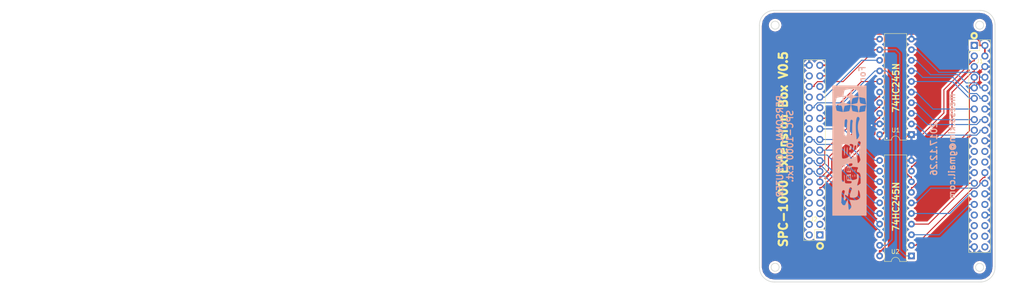
<source format=kicad_pcb>
(kicad_pcb (version 4) (host pcbnew 4.0.7)
  (layers (0 F.Cu signal) (31 B.Cu signal) (34 B.Paste user) (35 F.Paste user) (36 B.SilkS user) (37 F.SilkS user) (38 B.Mask user) (39 F.Mask user) (44 Edge.Cuts user))
  (net 0 "")
  (net 1 "Net-(J1-Pad1)")
  (net 2 +5V)
  (net 3 /RD2)
  (net 4 /RD3)
  (net 5 GND)
  (net 6 /RD4)
  (net 7 /RRD)
  (net 8 /RWR)
  (net 9 /RRESET)
  (net 10 /RCLK)
  (net 11 /RA0)
  (net 12 /RA1)
  (net 13 "Net-(J1-Pad17)")
  (net 14 /RA2)
  (net 15 "Net-(J1-Pad19)")
  (net 16 "Net-(J1-Pad21)")
  (net 17 "Net-(J1-Pad22)")
  (net 18 "Net-(J1-Pad23)")
  (net 19 /REXT1)
  (net 20 /RD7)
  (net 21 /RD0)
  (net 22 /RD1)
  (net 23 /RD5)
  (net 24 /RD6)
  (net 25 "Net-(J1-Pad32)")
  (net 26 "Net-(J1-Pad33)")
  (net 27 "Net-(J1-Pad35)")
  (net 28 "Net-(J1-Pad36)")
  (net 29 "Net-(J1-Pad37)")
  (net 30 "Net-(J1-Pad38)")
  (net 31 "Net-(J1-Pad40)")
  (net 32 "Net-(J2-Pad1)")
  (net 33 "Net-(J2-Pad2)")
  (net 34 "Net-(J2-Pad3)")
  (net 35 "Net-(J2-Pad4)")
  (net 36 /A2)
  (net 37 /A1)
  (net 38 /A0)
  (net 39 /D0)
  (net 40 /D1)
  (net 41 /D2)
  (net 42 /D3)
  (net 43 /RESET)
  (net 44 /CLK)
  (net 45 /WR)
  (net 46 "Net-(J2-Pad22)")
  (net 47 /D7)
  (net 48 /D6)
  (net 49 /D5)
  (net 50 /D4)
  (net 51 "Net-(J2-Pad28)")
  (net 52 "Net-(J2-Pad29)")
  (net 53 /EXT1)
  (net 54 /RD)
  (net 55 "Net-(J2-Pad5)")
  (net 56 "Net-(J2-Pad6)")
  (net 57 "Net-(J2-Pad7)")
  (net 58 "Net-(J2-Pad8)")
  (net 59 "Net-(J2-Pad10)")
  (net 60 "Net-(J2-Pad12)")
  (net 61 "Net-(J2-Pad24)")
  (net 62 "Net-(J2-Pad25)")
  (net 63 "Net-(J2-Pad32)")
  (net 64 "Net-(J1-Pad24)")
  (module Pin_Headers:Pin_Header_Straight_2x20_Pitch2.54mm (layer F.Cu) (at 252.633 59.9338)
    (fp_text reference J1 (at 1.30302 3.78206) (layer F.SilkS))
    (fp_text value RPi_GPIO)
    (pad 1 thru_hole rect (at 0 0) (size 1.7 1.7) (drill 1) (layers *.Cu *.Mask) (net 1 "Net-(J1-Pad1)"))
    (pad 2 thru_hole oval (at 2.54 0) (size 1.7 1.7) (drill 1) (layers *.Cu *.Mask) (net 2 +5V))
    (pad 3 thru_hole oval (at 0 2.54) (size 1.7 1.7) (drill 1) (layers *.Cu *.Mask) (net 3 /RD2))
    (pad 4 thru_hole oval (at 2.54 2.54) (size 1.7 1.7) (drill 1) (layers *.Cu *.Mask) (net 2 +5V))
    (pad 5 thru_hole oval (at 0 5.08) (size 1.7 1.7) (drill 1) (layers *.Cu *.Mask) (net 4 /RD3))
    (pad 6 thru_hole oval (at 2.54 5.08) (size 1.7 1.7) (drill 1) (layers *.Cu *.Mask) (net 5 GND))
    (pad 7 thru_hole oval (at 0 7.62) (size 1.7 1.7) (drill 1) (layers *.Cu *.Mask) (net 6 /RD4))
    (pad 8 thru_hole oval (at 2.54 7.62) (size 1.7 1.7) (drill 1) (layers *.Cu *.Mask) (net 7 /RRD))
    (pad 9 thru_hole oval (at 0 10.16) (size 1.7 1.7) (drill 1) (layers *.Cu *.Mask) (net 5 GND))
    (pad 10 thru_hole oval (at 2.54 10.16) (size 1.7 1.7) (drill 1) (layers *.Cu *.Mask) (net 8 /RWR))
    (pad 11 thru_hole oval (at 0 12.7) (size 1.7 1.7) (drill 1) (layers *.Cu *.Mask) (net 19 /REXT1))
    (pad 12 thru_hole oval (at 2.54 12.7) (size 1.7 1.7) (drill 1) (layers *.Cu *.Mask) (net 10 /RCLK))
    (pad 13 thru_hole oval (at 0 15.24) (size 1.7 1.7) (drill 1) (layers *.Cu *.Mask) (net 9 /RRESET))
    (pad 14 thru_hole oval (at 2.54 15.24) (size 1.7 1.7) (drill 1) (layers *.Cu *.Mask) (net 5 GND))
    (pad 15 thru_hole oval (at 0 17.78) (size 1.7 1.7) (drill 1) (layers *.Cu *.Mask) (net 11 /RA0))
    (pad 16 thru_hole oval (at 2.54 17.78) (size 1.7 1.7) (drill 1) (layers *.Cu *.Mask) (net 12 /RA1))
    (pad 17 thru_hole oval (at 0 20.32) (size 1.7 1.7) (drill 1) (layers *.Cu *.Mask) (net 13 "Net-(J1-Pad17)"))
    (pad 18 thru_hole oval (at 2.54 20.32) (size 1.7 1.7) (drill 1) (layers *.Cu *.Mask) (net 14 /RA2))
    (pad 19 thru_hole oval (at 0 22.86) (size 1.7 1.7) (drill 1) (layers *.Cu *.Mask) (net 15 "Net-(J1-Pad19)"))
    (pad 20 thru_hole oval (at 2.54 22.86) (size 1.7 1.7) (drill 1) (layers *.Cu *.Mask) (net 5 GND))
    (pad 21 thru_hole oval (at 0 25.4) (size 1.7 1.7) (drill 1) (layers *.Cu *.Mask) (net 16 "Net-(J1-Pad21)"))
    (pad 22 thru_hole oval (at 2.54 25.4) (size 1.7 1.7) (drill 1) (layers *.Cu *.Mask) (net 17 "Net-(J1-Pad22)"))
    (pad 23 thru_hole oval (at 0 27.94) (size 1.7 1.7) (drill 1) (layers *.Cu *.Mask) (net 18 "Net-(J1-Pad23)"))
    (pad 24 thru_hole oval (at 2.54 27.94) (size 1.7 1.7) (drill 1) (layers *.Cu *.Mask) (net 64 "Net-(J1-Pad24)"))
    (pad 25 thru_hole oval (at 0 30.48) (size 1.7 1.7) (drill 1) (layers *.Cu *.Mask) (net 5 GND))
    (pad 26 thru_hole oval (at 2.54 30.48) (size 1.7 1.7) (drill 1) (layers *.Cu *.Mask) (net 20 /RD7))
    (pad 27 thru_hole oval (at 0 33.02) (size 1.7 1.7) (drill 1) (layers *.Cu *.Mask) (net 21 /RD0))
    (pad 28 thru_hole oval (at 2.54 33.02) (size 1.7 1.7) (drill 1) (layers *.Cu *.Mask) (net 22 /RD1))
    (pad 29 thru_hole oval (at 0 35.56) (size 1.7 1.7) (drill 1) (layers *.Cu *.Mask) (net 23 /RD5))
    (pad 30 thru_hole oval (at 2.54 35.56) (size 1.7 1.7) (drill 1) (layers *.Cu *.Mask) (net 5 GND))
    (pad 31 thru_hole oval (at 0 38.1) (size 1.7 1.7) (drill 1) (layers *.Cu *.Mask) (net 24 /RD6))
    (pad 32 thru_hole oval (at 2.54 38.1) (size 1.7 1.7) (drill 1) (layers *.Cu *.Mask) (net 25 "Net-(J1-Pad32)"))
    (pad 33 thru_hole oval (at 0 40.64) (size 1.7 1.7) (drill 1) (layers *.Cu *.Mask) (net 26 "Net-(J1-Pad33)"))
    (pad 34 thru_hole oval (at 2.54 40.64) (size 1.7 1.7) (drill 1) (layers *.Cu *.Mask) (net 5 GND))
    (pad 35 thru_hole oval (at 0 43.18) (size 1.7 1.7) (drill 1) (layers *.Cu *.Mask) (net 27 "Net-(J1-Pad35)"))
    (pad 36 thru_hole oval (at 2.54 43.18) (size 1.7 1.7) (drill 1) (layers *.Cu *.Mask) (net 28 "Net-(J1-Pad36)"))
    (pad 37 thru_hole oval (at 0 45.72) (size 1.7 1.7) (drill 1) (layers *.Cu *.Mask) (net 29 "Net-(J1-Pad37)"))
    (pad 38 thru_hole oval (at 2.54 45.72) (size 1.7 1.7) (drill 1) (layers *.Cu *.Mask) (net 30 "Net-(J1-Pad38)"))
    (pad 39 thru_hole oval (at 0 48.26) (size 1.7 1.7) (drill 1) (layers *.Cu *.Mask) (net 5 GND))
    (pad 40 thru_hole oval (at 2.54 48.26) (size 1.7 1.7) (drill 1) (layers *.Cu *.Mask) (net 31 "Net-(J1-Pad40)"))
  )
  (module Pin_Headers:Pin_Header_Straight_2x17_Pitch2.54mm (layer F.Cu) (at 215.633 105.334 180)
    (fp_text reference J2 (at 1.4224 3.7465 180) (layer F.SilkS))
    (fp_text value Conn_02x17_Top_Bottom)
    (pad 1 thru_hole rect (at 0 0 180) (size 1.7 1.7) (drill 1) (layers *.Cu *.Mask) (net 32 "Net-(J2-Pad1)"))
    (pad 2 thru_hole oval (at 2.54 0 180) (size 1.7 1.7) (drill 1) (layers *.Cu *.Mask) (net 33 "Net-(J2-Pad2)"))
    (pad 3 thru_hole oval (at 0 2.54 180) (size 1.7 1.7) (drill 1) (layers *.Cu *.Mask) (net 34 "Net-(J2-Pad3)"))
    (pad 4 thru_hole oval (at 2.54 2.54 180) (size 1.7 1.7) (drill 1) (layers *.Cu *.Mask) (net 35 "Net-(J2-Pad4)"))
    (pad 5 thru_hole oval (at 0 5.08 180) (size 1.7 1.7) (drill 1) (layers *.Cu *.Mask) (net 55 "Net-(J2-Pad5)"))
    (pad 6 thru_hole oval (at 2.54 5.08 180) (size 1.7 1.7) (drill 1) (layers *.Cu *.Mask) (net 56 "Net-(J2-Pad6)"))
    (pad 7 thru_hole oval (at 0 7.62 180) (size 1.7 1.7) (drill 1) (layers *.Cu *.Mask) (net 57 "Net-(J2-Pad7)"))
    (pad 8 thru_hole oval (at 2.54 7.62 180) (size 1.7 1.7) (drill 1) (layers *.Cu *.Mask) (net 58 "Net-(J2-Pad8)"))
    (pad 9 thru_hole oval (at 0 10.16 180) (size 1.7 1.7) (drill 1) (layers *.Cu *.Mask) (net 36 /A2))
    (pad 10 thru_hole oval (at 2.54 10.16 180) (size 1.7 1.7) (drill 1) (layers *.Cu *.Mask) (net 59 "Net-(J2-Pad10)"))
    (pad 11 thru_hole oval (at 0 12.7 180) (size 1.7 1.7) (drill 1) (layers *.Cu *.Mask) (net 37 /A1))
    (pad 12 thru_hole oval (at 2.54 12.7 180) (size 1.7 1.7) (drill 1) (layers *.Cu *.Mask) (net 60 "Net-(J2-Pad12)"))
    (pad 13 thru_hole oval (at 0 15.24 180) (size 1.7 1.7) (drill 1) (layers *.Cu *.Mask) (net 38 /A0))
    (pad 14 thru_hole oval (at 2.54 15.24 180) (size 1.7 1.7) (drill 1) (layers *.Cu *.Mask) (net 47 /D7))
    (pad 15 thru_hole oval (at 0 17.78 180) (size 1.7 1.7) (drill 1) (layers *.Cu *.Mask) (net 39 /D0))
    (pad 16 thru_hole oval (at 2.54 17.78 180) (size 1.7 1.7) (drill 1) (layers *.Cu *.Mask) (net 48 /D6))
    (pad 17 thru_hole oval (at 0 20.32 180) (size 1.7 1.7) (drill 1) (layers *.Cu *.Mask) (net 40 /D1))
    (pad 18 thru_hole oval (at 2.54 20.32 180) (size 1.7 1.7) (drill 1) (layers *.Cu *.Mask) (net 49 /D5))
    (pad 19 thru_hole oval (at 0 22.86 180) (size 1.7 1.7) (drill 1) (layers *.Cu *.Mask) (net 41 /D2))
    (pad 20 thru_hole oval (at 2.54 22.86 180) (size 1.7 1.7) (drill 1) (layers *.Cu *.Mask) (net 50 /D4))
    (pad 21 thru_hole oval (at 0 25.4 180) (size 1.7 1.7) (drill 1) (layers *.Cu *.Mask) (net 42 /D3))
    (pad 22 thru_hole oval (at 2.54 25.4 180) (size 1.7 1.7) (drill 1) (layers *.Cu *.Mask) (net 46 "Net-(J2-Pad22)"))
    (pad 23 thru_hole oval (at 0 27.94 180) (size 1.7 1.7) (drill 1) (layers *.Cu *.Mask) (net 43 /RESET))
    (pad 24 thru_hole oval (at 2.54 27.94 180) (size 1.7 1.7) (drill 1) (layers *.Cu *.Mask) (net 61 "Net-(J2-Pad24)"))
    (pad 25 thru_hole oval (at 0 30.48 180) (size 1.7 1.7) (drill 1) (layers *.Cu *.Mask) (net 62 "Net-(J2-Pad25)"))
    (pad 26 thru_hole oval (at 2.54 30.48 180) (size 1.7 1.7) (drill 1) (layers *.Cu *.Mask) (net 53 /EXT1))
    (pad 27 thru_hole oval (at 0 33.02 180) (size 1.7 1.7) (drill 1) (layers *.Cu *.Mask) (net 44 /CLK))
    (pad 28 thru_hole oval (at 2.54 33.02 180) (size 1.7 1.7) (drill 1) (layers *.Cu *.Mask) (net 51 "Net-(J2-Pad28)"))
    (pad 29 thru_hole oval (at 0 35.56 180) (size 1.7 1.7) (drill 1) (layers *.Cu *.Mask) (net 52 "Net-(J2-Pad29)"))
    (pad 30 thru_hole oval (at 2.54 35.56 180) (size 1.7 1.7) (drill 1) (layers *.Cu *.Mask) (net 54 /RD))
    (pad 31 thru_hole oval (at 0 38.1 180) (size 1.7 1.7) (drill 1) (layers *.Cu *.Mask) (net 45 /WR))
    (pad 32 thru_hole oval (at 2.54 38.1 180) (size 1.7 1.7) (drill 1) (layers *.Cu *.Mask) (net 63 "Net-(J2-Pad32)"))
    (pad 33 thru_hole oval (at 0 40.64 180) (size 1.7 1.7) (drill 1) (layers *.Cu *.Mask) (net 2 +5V))
    (pad 34 thru_hole oval (at 2.54 40.64 180) (size 1.7 1.7) (drill 1) (layers *.Cu *.Mask) (net 5 GND))
  )
  (module Housings_DIP:DIP-20_W7.62mm (layer F.Cu) (at 237.579 81.28 180)
    (fp_text reference U1 (at 3.7592 1.0414 180) (layer F.SilkS))
    (fp_text value 74LS245)
    (pad 1 thru_hole rect (at 0 0 180) (size 1.6 1.6) (drill 0.8) (layers *.Cu *.Mask) (net 5 GND))
    (pad 11 thru_hole oval (at 7.62 22.86 180) (size 1.6 1.6) (drill 0.8) (layers *.Cu *.Mask) (net 45 /WR))
    (pad 2 thru_hole oval (at 0 2.54 180) (size 1.6 1.6) (drill 0.8) (layers *.Cu *.Mask) (net 14 /RA2))
    (pad 12 thru_hole oval (at 7.62 20.32 180) (size 1.6 1.6) (drill 0.8) (layers *.Cu *.Mask) (net 54 /RD))
    (pad 3 thru_hole oval (at 0 5.08 180) (size 1.6 1.6) (drill 0.8) (layers *.Cu *.Mask) (net 12 /RA1))
    (pad 13 thru_hole oval (at 7.62 17.78 180) (size 1.6 1.6) (drill 0.8) (layers *.Cu *.Mask) (net 44 /CLK))
    (pad 4 thru_hole oval (at 0 7.62 180) (size 1.6 1.6) (drill 0.8) (layers *.Cu *.Mask) (net 11 /RA0))
    (pad 14 thru_hole oval (at 7.62 15.24 180) (size 1.6 1.6) (drill 0.8) (layers *.Cu *.Mask) (net 53 /EXT1))
    (pad 5 thru_hole oval (at 0 10.16 180) (size 1.6 1.6) (drill 0.8) (layers *.Cu *.Mask) (net 9 /RRESET))
    (pad 15 thru_hole oval (at 7.62 12.7 180) (size 1.6 1.6) (drill 0.8) (layers *.Cu *.Mask) (net 43 /RESET))
    (pad 6 thru_hole oval (at 0 12.7 180) (size 1.6 1.6) (drill 0.8) (layers *.Cu *.Mask) (net 19 /REXT1))
    (pad 16 thru_hole oval (at 7.62 10.16 180) (size 1.6 1.6) (drill 0.8) (layers *.Cu *.Mask) (net 38 /A0))
    (pad 7 thru_hole oval (at 0 15.24 180) (size 1.6 1.6) (drill 0.8) (layers *.Cu *.Mask) (net 10 /RCLK))
    (pad 17 thru_hole oval (at 7.62 7.62 180) (size 1.6 1.6) (drill 0.8) (layers *.Cu *.Mask) (net 37 /A1))
    (pad 8 thru_hole oval (at 0 17.78 180) (size 1.6 1.6) (drill 0.8) (layers *.Cu *.Mask) (net 8 /RWR))
    (pad 18 thru_hole oval (at 7.62 5.08 180) (size 1.6 1.6) (drill 0.8) (layers *.Cu *.Mask) (net 36 /A2))
    (pad 9 thru_hole oval (at 0 20.32 180) (size 1.6 1.6) (drill 0.8) (layers *.Cu *.Mask) (net 7 /RRD))
    (pad 19 thru_hole oval (at 7.62 2.54 180) (size 1.6 1.6) (drill 0.8) (layers *.Cu *.Mask) (net 5 GND))
    (pad 10 thru_hole oval (at 0 22.86 180) (size 1.6 1.6) (drill 0.8) (layers *.Cu *.Mask) (net 5 GND))
    (pad 20 thru_hole oval (at 7.62 0 180) (size 1.6 1.6) (drill 0.8) (layers *.Cu *.Mask) (net 2 +5V))
  )
  (module Housings_DIP:DIP-20_W7.62mm (layer F.Cu) (at 237.579 110.363 180)
    (fp_text reference U2 (at 3.8608 1.016 180) (layer F.SilkS))
    (fp_text value 74LS245)
    (pad 1 thru_hole rect (at 0 0 180) (size 1.6 1.6) (drill 0.8) (layers *.Cu *.Mask) (net 54 /RD))
    (pad 11 thru_hole oval (at 7.62 22.86 180) (size 1.6 1.6) (drill 0.8) (layers *.Cu *.Mask) (net 42 /D3))
    (pad 2 thru_hole oval (at 0 2.54 180) (size 1.6 1.6) (drill 0.8) (layers *.Cu *.Mask) (net 20 /RD7))
    (pad 12 thru_hole oval (at 7.62 20.32 180) (size 1.6 1.6) (drill 0.8) (layers *.Cu *.Mask) (net 41 /D2))
    (pad 3 thru_hole oval (at 0 5.08 180) (size 1.6 1.6) (drill 0.8) (layers *.Cu *.Mask) (net 24 /RD6))
    (pad 13 thru_hole oval (at 7.62 17.78 180) (size 1.6 1.6) (drill 0.8) (layers *.Cu *.Mask) (net 50 /D4))
    (pad 4 thru_hole oval (at 0 7.62 180) (size 1.6 1.6) (drill 0.8) (layers *.Cu *.Mask) (net 21 /RD0))
    (pad 14 thru_hole oval (at 7.62 15.24 180) (size 1.6 1.6) (drill 0.8) (layers *.Cu *.Mask) (net 40 /D1))
    (pad 5 thru_hole oval (at 0 10.16 180) (size 1.6 1.6) (drill 0.8) (layers *.Cu *.Mask) (net 23 /RD5))
    (pad 15 thru_hole oval (at 7.62 12.7 180) (size 1.6 1.6) (drill 0.8) (layers *.Cu *.Mask) (net 49 /D5))
    (pad 6 thru_hole oval (at 0 12.7 180) (size 1.6 1.6) (drill 0.8) (layers *.Cu *.Mask) (net 22 /RD1))
    (pad 16 thru_hole oval (at 7.62 10.16 180) (size 1.6 1.6) (drill 0.8) (layers *.Cu *.Mask) (net 39 /D0))
    (pad 7 thru_hole oval (at 0 15.24 180) (size 1.6 1.6) (drill 0.8) (layers *.Cu *.Mask) (net 6 /RD4))
    (pad 17 thru_hole oval (at 7.62 7.62 180) (size 1.6 1.6) (drill 0.8) (layers *.Cu *.Mask) (net 48 /D6))
    (pad 8 thru_hole oval (at 0 17.78 180) (size 1.6 1.6) (drill 0.8) (layers *.Cu *.Mask) (net 3 /RD2))
    (pad 18 thru_hole oval (at 7.62 5.08 180) (size 1.6 1.6) (drill 0.8) (layers *.Cu *.Mask) (net 47 /D7))
    (pad 9 thru_hole oval (at 0 20.32 180) (size 1.6 1.6) (drill 0.8) (layers *.Cu *.Mask) (net 4 /RD3))
    (pad 19 thru_hole oval (at 7.62 2.54 180) (size 1.6 1.6) (drill 0.8) (layers *.Cu *.Mask) (net 53 /EXT1))
    (pad 10 thru_hole oval (at 0 22.86 180) (size 1.6 1.6) (drill 0.8) (layers *.Cu *.Mask) (net 5 GND))
    (pad 20 thru_hole oval (at 7.62 0 180) (size 1.6 1.6) (drill 0.8) (layers *.Cu *.Mask) (net 2 +5V))
  )
  (module rpspc:samsunglogo (layer B.Cu) (at 222.6945 85.09 270)
    (fp_text reference G*** hide)
    (fp_text value LOGO hide)
  )
  (gr_circle (center 252.603 57.5945) (end 253.1745 57.8485) (layer F.SilkS) (width 0.5))
  (gr_text "PERSONAL COMPUTER\nSPC-1000 Ext." (at 207.264 84.074 90) (layer B.SilkS) (effects (font (size 1.5 1.5) (thickness 0.3)) (justify mirror)))
  (gr_text For (at 225.806 66.675 90) (layer B.SilkS) (effects (font (size 1.5 1.5) (thickness 0.3)) (justify mirror)))
  (gr_text 2017.12.26 (at 242.951 84.709 90) (layer B.SilkS) (effects (font (size 1.5 1.5) (thickness 0.3)) (justify mirror)))
  (gr_text meeso.kim@gmail.com (at 247.269 84.074 90) (layer B.SilkS) (effects (font (size 1.5 1.5) (thickness 0.3)) (justify mirror)))
  (gr_arc (start 254.065648 55.091858) (end 253.938648 51.548558) (angle 89.19032176) (layer Edge.Cuts) (width 0.15))
  (gr_arc (start 204.69606 55.090452) (end 201.15276 55.217452) (angle 89.19032176) (layer Edge.Cuts) (width 0.15))
  (gr_arc (start 204.696452 113.068842) (end 204.823452 116.612142) (angle 89.19032176) (layer Edge.Cuts) (width 0.15))
  (gr_arc (start 254.0635 113.0681) (end 257.6068 112.9411) (angle 89.19032176) (layer Edge.Cuts) (width 0.15))
  (gr_circle (center 215.6841 107.9754) (end 216.2937 108.3183) (layer F.SilkS) (width 0.5))
  (gr_circle (center 253.9111 113.0935) (end 254.6858 113.665) (layer Edge.Cuts) (width 0.15))
  (gr_circle (center 204.9145 113.0808) (end 205.6892 113.6523) (layer Edge.Cuts) (width 0.15))
  (gr_circle (center 204.9145 55.0799) (end 205.6892 55.6514) (layer Edge.Cuts) (width 0.15))
  (gr_circle (center 253.9238 55.0799) (end 254.6985 55.6514) (layer Edge.Cuts) (width 0.15))
  (gr_line (start 204.8234 116.609252) (end 254.240558 116.609252) (angle 90) (layer Edge.Cuts) (width 0.15))
  (gr_line (start 201.15276 55.217452) (end 201.15276 113.2459) (angle 90) (layer Edge.Cuts) (width 0.15))
  (gr_line (start 253.938648 51.5493) (end 204.5192 51.5493) (angle 90) (layer Edge.Cuts) (width 0.15))
  (gr_line (start 257.6068 112.9411) (end 257.6068 54.9148) (angle 90) (layer Edge.Cuts) (width 0.15))
  (gr_text "SPC-1000 Extension Box V0.5" (at 206.8703 84.7979 90) (layer F.SilkS) (effects (font (size 2 2) (thickness 0.5))))
  (gr_text 74HC245N (at 233.8705 70.104 90) (layer F.SilkS) (effects (font (size 1.5 1.5) (thickness 0.3))))
  (gr_text 74HC245N (at 233.8705 98.552 90) (layer F.SilkS) (effects (font (size 1.5 1.5) (thickness 0.3))))
  (segment (start 255.173 62.4738) (end 255.173 59.9338) (width 0.4) (layer F.Cu) (net 2))
  (segment (start 255.173 59.9338) (end 253.9227 59.9338) (width 0.4) (layer F.Cu) (net 2))
  (segment (start 215.633 64.694) (end 216.8833 64.694) (width 0.4) (layer F.Cu) (net 2))
  (segment (start 231.1958 83.7171) (end 229.959 82.4803) (width 0.4) (layer F.Cu) (net 2))
  (segment (start 231.1958 108.301) (end 231.1958 83.7171) (width 0.4) (layer F.Cu) (net 2))
  (segment (start 230.3341 109.1627) (end 231.1958 108.301) (width 0.4) (layer F.Cu) (net 2))
  (segment (start 229.959 109.1627) (end 230.3341 109.1627) (width 0.4) (layer F.Cu) (net 2))
  (segment (start 229.959 110.363) (end 229.959 109.1627) (width 0.4) (layer F.Cu) (net 2))
  (segment (start 229.959 81.28) (end 229.959 81.8801) (width 0.4) (layer F.Cu) (net 2))
  (segment (start 229.959 81.8801) (end 229.959 82.4803) (width 0.4) (layer F.Cu) (net 2))
  (segment (start 231.1684 80.6707) (end 231.1684 57.1653) (width 0.4) (layer F.Cu) (net 2))
  (segment (start 229.959 81.8801) (end 231.1684 80.6707) (width 0.4) (layer F.Cu) (net 2))
  (segment (start 252.1701 57.1653) (end 231.1684 57.1653) (width 0.4) (layer F.Cu) (net 2))
  (segment (start 253.9227 58.9179) (end 252.1701 57.1653) (width 0.4) (layer F.Cu) (net 2))
  (segment (start 253.9227 59.9338) (end 253.9227 58.9179) (width 0.4) (layer F.Cu) (net 2))
  (segment (start 224.412 57.1653) (end 216.8833 64.694) (width 0.4) (layer F.Cu) (net 2))
  (segment (start 231.1684 57.1653) (end 224.412 57.1653) (width 0.4) (layer F.Cu) (net 2))
  (segment (start 252.2657 63.6491) (end 252.633 63.6491) (width 0.25) (layer F.Cu) (net 3))
  (segment (start 245.3492 70.5656) (end 252.2657 63.6491) (width 0.25) (layer F.Cu) (net 3))
  (segment (start 245.3492 76.124) (end 245.3492 70.5656) (width 0.25) (layer F.Cu) (net 3))
  (segment (start 236.4506 85.0226) (end 245.3492 76.124) (width 0.25) (layer F.Cu) (net 3))
  (segment (start 236.4506 90.6106) (end 236.4506 85.0226) (width 0.25) (layer F.Cu) (net 3))
  (segment (start 237.2977 91.4577) (end 236.4506 90.6106) (width 0.25) (layer F.Cu) (net 3))
  (segment (start 237.579 91.4577) (end 237.2977 91.4577) (width 0.25) (layer F.Cu) (net 3))
  (segment (start 237.579 92.583) (end 237.579 91.4577) (width 0.25) (layer F.Cu) (net 3))
  (segment (start 252.633 62.4738) (end 252.633 63.6491) (width 0.25) (layer F.Cu) (net 3))
  (segment (start 237.579 90.043) (end 237.579 88.9177) (width 0.25) (layer F.Cu) (net 4))
  (segment (start 252.633 65.0138) (end 252.633 66.1891) (width 0.25) (layer F.Cu) (net 4))
  (segment (start 237.7839 88.9177) (end 237.579 88.9177) (width 0.25) (layer F.Cu) (net 4))
  (segment (start 247.2942 79.4074) (end 237.7839 88.9177) (width 0.25) (layer F.Cu) (net 4))
  (segment (start 247.2942 71.1605) (end 247.2942 79.4074) (width 0.25) (layer F.Cu) (net 4))
  (segment (start 252.2656 66.1891) (end 247.2942 71.1605) (width 0.25) (layer F.Cu) (net 4))
  (segment (start 252.633 66.1891) (end 252.2656 66.1891) (width 0.25) (layer F.Cu) (net 4))
  (segment (start 231.9655 82.169) (end 231.648 82.169) (width 0.25) (layer F.Cu) (net 5))
  (via (at 231.648 82.169) (size 0.6) (drill 0.4) (layers F.Cu B.Cu) (net 5))
  (segment (start 228.346 83.566) (end 228.2825 83.566) (width 0.25) (layer B.Cu) (net 5))
  (segment (start 228.9175 84.1375) (end 228.346 83.566) (width 0.25) (layer B.Cu) (net 5))
  (segment (start 229.6795 84.1375) (end 228.9175 84.1375) (width 0.25) (layer B.Cu) (net 5))
  (segment (start 231.648 82.169) (end 229.6795 84.1375) (width 0.25) (layer B.Cu) (net 5))
  (segment (start 228.346 83.6295) (end 227.2665 82.55) (width 0.25) (layer B.Cu) (net 5))
  (segment (start 227.2665 82.55) (end 227.2665 79.8195) (width 0.25) (layer B.Cu) (net 5))
  (segment (start 227.2665 79.8195) (end 228.0285 79.0575) (width 0.25) (layer B.Cu) (net 5))
  (via (at 228.0285 79.0575) (size 0.6) (drill 0.4) (layers F.Cu B.Cu) (net 5))
  (segment (start 231.9655 82.169) (end 236.093 82.169) (width 0.25) (layer F.Cu) (net 5))
  (segment (start 236.093 82.169) (end 236.982 81.28) (width 0.25) (layer F.Cu) (net 5))
  (segment (start 236.982 81.28) (end 237.579 81.28) (width 0.25) (layer F.Cu) (net 5))
  (segment (start 252.633 70.0938) (end 252.633 69.8835) (width 0.25) (layer F.Cu) (net 5))
  (segment (start 252.633 69.8835) (end 253.873 68.6435) (width 0.25) (layer F.Cu) (net 5))
  (segment (start 253.873 68.6435) (end 253.873 66.3138) (width 0.25) (layer F.Cu) (net 5))
  (segment (start 253.873 66.3138) (end 255.173 65.0138) (width 0.25) (layer F.Cu) (net 5))
  (segment (start 252.2656 68.7291) (end 252.633 68.7291) (width 0.25) (layer F.Cu) (net 6))
  (segment (start 251.4577 69.537) (end 252.2656 68.7291) (width 0.25) (layer F.Cu) (net 6))
  (segment (start 251.4577 80.4003) (end 251.4577 69.537) (width 0.25) (layer F.Cu) (net 6))
  (segment (start 237.8603 93.9977) (end 251.4577 80.4003) (width 0.25) (layer F.Cu) (net 6))
  (segment (start 237.579 93.9977) (end 237.8603 93.9977) (width 0.25) (layer F.Cu) (net 6))
  (segment (start 237.579 95.123) (end 237.579 93.9977) (width 0.25) (layer F.Cu) (net 6))
  (segment (start 252.633 67.5538) (end 252.633 68.7291) (width 0.25) (layer F.Cu) (net 6))
  (segment (start 253.9977 67.1864) (end 253.9977 67.5538) (width 0.25) (layer B.Cu) (net 7))
  (segment (start 253.1898 66.3785) (end 253.9977 67.1864) (width 0.25) (layer B.Cu) (net 7))
  (segment (start 244.1228 66.3785) (end 253.1898 66.3785) (width 0.25) (layer B.Cu) (net 7))
  (segment (start 238.7043 60.96) (end 244.1228 66.3785) (width 0.25) (layer B.Cu) (net 7))
  (segment (start 237.579 60.96) (end 238.7043 60.96) (width 0.25) (layer B.Cu) (net 7))
  (segment (start 255.173 67.5538) (end 253.9977 67.5538) (width 0.25) (layer B.Cu) (net 7))
  (segment (start 253.9977 69.7264) (end 253.9977 70.0938) (width 0.25) (layer B.Cu) (net 8))
  (segment (start 253.1898 68.9185) (end 253.9977 69.7264) (width 0.25) (layer B.Cu) (net 8))
  (segment (start 250.6919 68.9185) (end 253.1898 68.9185) (width 0.25) (layer B.Cu) (net 8))
  (segment (start 248.7136 66.9402) (end 250.6919 68.9185) (width 0.25) (layer B.Cu) (net 8))
  (segment (start 242.1445 66.9402) (end 248.7136 66.9402) (width 0.25) (layer B.Cu) (net 8))
  (segment (start 238.7043 63.5) (end 242.1445 66.9402) (width 0.25) (layer B.Cu) (net 8))
  (segment (start 237.579 63.5) (end 238.7043 63.5) (width 0.25) (layer B.Cu) (net 8))
  (segment (start 255.173 70.0938) (end 253.9977 70.0938) (width 0.25) (layer B.Cu) (net 8))
  (segment (start 242.7581 75.1738) (end 252.633 75.1738) (width 0.25) (layer B.Cu) (net 9))
  (segment (start 238.7043 71.12) (end 242.7581 75.1738) (width 0.25) (layer B.Cu) (net 9))
  (segment (start 237.579 71.12) (end 238.7043 71.12) (width 0.25) (layer B.Cu) (net 9))
  (segment (start 253.9977 72.2664) (end 253.9977 72.6338) (width 0.25) (layer B.Cu) (net 10))
  (segment (start 253.1898 71.4585) (end 253.9977 72.2664) (width 0.25) (layer B.Cu) (net 10))
  (segment (start 251.4021 71.4585) (end 253.1898 71.4585) (width 0.25) (layer B.Cu) (net 10))
  (segment (start 247.5444 67.6008) (end 251.4021 71.4585) (width 0.25) (layer B.Cu) (net 10))
  (segment (start 240.2651 67.6008) (end 247.5444 67.6008) (width 0.25) (layer B.Cu) (net 10))
  (segment (start 238.7043 66.04) (end 240.2651 67.6008) (width 0.25) (layer B.Cu) (net 10))
  (segment (start 237.579 66.04) (end 238.7043 66.04) (width 0.25) (layer B.Cu) (net 10))
  (segment (start 255.173 72.6338) (end 253.9977 72.6338) (width 0.25) (layer B.Cu) (net 10))
  (segment (start 242.7581 77.7138) (end 252.633 77.7138) (width 0.25) (layer B.Cu) (net 11))
  (segment (start 238.7043 73.66) (end 242.7581 77.7138) (width 0.25) (layer B.Cu) (net 11))
  (segment (start 237.579 73.66) (end 238.7043 73.66) (width 0.25) (layer B.Cu) (net 11))
  (segment (start 253.9977 78.0812) (end 253.9977 77.7138) (width 0.25) (layer B.Cu) (net 12))
  (segment (start 253.1898 78.8891) (end 253.9977 78.0812) (width 0.25) (layer B.Cu) (net 12))
  (segment (start 241.3934 78.8891) (end 253.1898 78.8891) (width 0.25) (layer B.Cu) (net 12))
  (segment (start 238.7043 76.2) (end 241.3934 78.8891) (width 0.25) (layer B.Cu) (net 12))
  (segment (start 237.579 76.2) (end 238.7043 76.2) (width 0.25) (layer B.Cu) (net 12))
  (segment (start 255.173 77.7138) (end 253.9977 77.7138) (width 0.25) (layer B.Cu) (net 12))
  (segment (start 253.9977 80.6212) (end 253.9977 80.2538) (width 0.25) (layer B.Cu) (net 14))
  (segment (start 253.1898 81.4291) (end 253.9977 80.6212) (width 0.25) (layer B.Cu) (net 14))
  (segment (start 241.3934 81.4291) (end 253.1898 81.4291) (width 0.25) (layer B.Cu) (net 14))
  (segment (start 238.7043 78.74) (end 241.3934 81.4291) (width 0.25) (layer B.Cu) (net 14))
  (segment (start 237.579 78.74) (end 238.7043 78.74) (width 0.25) (layer B.Cu) (net 14))
  (segment (start 255.173 80.2538) (end 253.9977 80.2538) (width 0.25) (layer B.Cu) (net 14))
  (segment (start 247.4039 68.58) (end 251.4577 72.6338) (width 0.25) (layer B.Cu) (net 19))
  (segment (start 237.579 68.58) (end 247.4039 68.58) (width 0.25) (layer B.Cu) (net 19))
  (segment (start 252.633 72.6338) (end 251.4577 72.6338) (width 0.25) (layer B.Cu) (net 19))
  (segment (start 254.8056 91.5891) (end 255.173 91.5891) (width 0.25) (layer F.Cu) (net 20))
  (segment (start 253.9977 92.397) (end 254.8056 91.5891) (width 0.25) (layer F.Cu) (net 20))
  (segment (start 253.9977 93.2901) (end 253.9977 92.397) (width 0.25) (layer F.Cu) (net 20))
  (segment (start 253.1586 94.1292) (end 253.9977 93.2901) (width 0.25) (layer F.Cu) (net 20))
  (segment (start 252.2574 94.1292) (end 253.1586 94.1292) (width 0.25) (layer F.Cu) (net 20))
  (segment (start 238.7043 107.6823) (end 252.2574 94.1292) (width 0.25) (layer F.Cu) (net 20))
  (segment (start 238.7043 107.823) (end 238.7043 107.6823) (width 0.25) (layer F.Cu) (net 20))
  (segment (start 237.579 107.823) (end 238.7043 107.823) (width 0.25) (layer F.Cu) (net 20))
  (segment (start 255.173 90.4138) (end 255.173 91.5891) (width 0.25) (layer F.Cu) (net 20))
  (segment (start 241.6685 102.743) (end 251.4577 92.9538) (width 0.25) (layer F.Cu) (net 21))
  (segment (start 237.579 102.743) (end 241.6685 102.743) (width 0.25) (layer F.Cu) (net 21))
  (segment (start 252.633 92.9538) (end 251.4577 92.9538) (width 0.25) (layer F.Cu) (net 21))
  (segment (start 253.9977 93.3212) (end 253.9977 92.9538) (width 0.25) (layer B.Cu) (net 22))
  (segment (start 253.1898 94.1291) (end 253.9977 93.3212) (width 0.25) (layer B.Cu) (net 22))
  (segment (start 242.2382 94.1291) (end 253.1898 94.1291) (width 0.25) (layer B.Cu) (net 22))
  (segment (start 238.7043 97.663) (end 242.2382 94.1291) (width 0.25) (layer B.Cu) (net 22))
  (segment (start 237.579 97.663) (end 238.7043 97.663) (width 0.25) (layer B.Cu) (net 22))
  (segment (start 255.173 92.9538) (end 253.9977 92.9538) (width 0.25) (layer B.Cu) (net 22))
  (segment (start 246.7485 100.203) (end 251.4577 95.4938) (width 0.25) (layer B.Cu) (net 23))
  (segment (start 237.579 100.203) (end 246.7485 100.203) (width 0.25) (layer B.Cu) (net 23))
  (segment (start 252.633 95.4938) (end 251.4577 95.4938) (width 0.25) (layer B.Cu) (net 23))
  (segment (start 244.2085 105.283) (end 251.4577 98.0338) (width 0.25) (layer B.Cu) (net 24))
  (segment (start 237.579 105.283) (end 244.2085 105.283) (width 0.25) (layer B.Cu) (net 24))
  (segment (start 252.633 98.0338) (end 251.4577 98.0338) (width 0.25) (layer B.Cu) (net 24))
  (segment (start 216.0003 93.9987) (end 215.633 93.9987) (width 0.25) (layer F.Cu) (net 36))
  (segment (start 228.8337 81.1653) (end 216.0003 93.9987) (width 0.25) (layer F.Cu) (net 36))
  (segment (start 228.8337 78.1692) (end 228.8337 81.1653) (width 0.25) (layer F.Cu) (net 36))
  (segment (start 229.6776 77.3253) (end 228.8337 78.1692) (width 0.25) (layer F.Cu) (net 36))
  (segment (start 229.959 77.3253) (end 229.6776 77.3253) (width 0.25) (layer F.Cu) (net 36))
  (segment (start 229.959 76.2) (end 229.959 77.3253) (width 0.25) (layer F.Cu) (net 36))
  (segment (start 215.633 95.174) (end 215.633 93.9987) (width 0.25) (layer F.Cu) (net 36))
  (segment (start 216.0003 91.4587) (end 215.633 91.4587) (width 0.25) (layer F.Cu) (net 37))
  (segment (start 217.6949 89.7641) (end 216.0003 91.4587) (width 0.25) (layer F.Cu) (net 37))
  (segment (start 217.6949 86.7681) (end 217.6949 89.7641) (width 0.25) (layer F.Cu) (net 37))
  (segment (start 229.6777 74.7853) (end 217.6949 86.7681) (width 0.25) (layer F.Cu) (net 37))
  (segment (start 229.959 74.7853) (end 229.6777 74.7853) (width 0.25) (layer F.Cu) (net 37))
  (segment (start 229.959 73.66) (end 229.959 74.7853) (width 0.25) (layer F.Cu) (net 37))
  (segment (start 215.633 92.634) (end 215.633 91.4587) (width 0.25) (layer F.Cu) (net 37))
  (segment (start 216.0004 88.9187) (end 215.633 88.9187) (width 0.25) (layer F.Cu) (net 38))
  (segment (start 216.8083 88.1108) (end 216.0004 88.9187) (width 0.25) (layer F.Cu) (net 38))
  (segment (start 216.8083 85.1147) (end 216.8083 88.1108) (width 0.25) (layer F.Cu) (net 38))
  (segment (start 229.6777 72.2453) (end 216.8083 85.1147) (width 0.25) (layer F.Cu) (net 38))
  (segment (start 229.959 72.2453) (end 229.6777 72.2453) (width 0.25) (layer F.Cu) (net 38))
  (segment (start 229.959 71.12) (end 229.959 72.2453) (width 0.25) (layer F.Cu) (net 38))
  (segment (start 215.633 90.094) (end 215.633 88.9187) (width 0.25) (layer F.Cu) (net 38))
  (segment (start 216.8083 88.1776) (end 216.8083 87.554) (width 0.25) (layer B.Cu) (net 39))
  (segment (start 228.8337 100.203) (end 216.8083 88.1776) (width 0.25) (layer B.Cu) (net 39))
  (segment (start 229.959 100.203) (end 228.8337 100.203) (width 0.25) (layer B.Cu) (net 39))
  (segment (start 215.633 87.554) (end 216.8083 87.554) (width 0.25) (layer B.Cu) (net 39))
  (segment (start 218.7247 85.014) (end 215.633 85.014) (width 0.25) (layer B.Cu) (net 40))
  (segment (start 228.8337 95.123) (end 218.7247 85.014) (width 0.25) (layer B.Cu) (net 40))
  (segment (start 229.959 95.123) (end 228.8337 95.123) (width 0.25) (layer B.Cu) (net 40))
  (segment (start 229.959 90.043) (end 228.8337 90.043) (width 0.25) (layer B.Cu) (net 41))
  (segment (start 221.2647 82.474) (end 215.633 82.474) (width 0.25) (layer B.Cu) (net 41))
  (segment (start 228.8337 90.043) (end 221.2647 82.474) (width 0.25) (layer B.Cu) (net 41))
  (segment (start 221.2647 79.934) (end 215.633 79.934) (width 0.25) (layer B.Cu) (net 42))
  (segment (start 228.8337 87.503) (end 221.2647 79.934) (width 0.25) (layer B.Cu) (net 42))
  (segment (start 229.959 87.503) (end 228.8337 87.503) (width 0.25) (layer B.Cu) (net 42))
  (segment (start 225.6223 68.58) (end 216.8083 77.394) (width 0.25) (layer F.Cu) (net 43))
  (segment (start 229.959 68.58) (end 225.6223 68.58) (width 0.25) (layer F.Cu) (net 43))
  (segment (start 215.633 77.394) (end 216.8083 77.394) (width 0.25) (layer F.Cu) (net 43))
  (segment (start 225.6223 63.5) (end 216.8083 72.314) (width 0.25) (layer B.Cu) (net 44))
  (segment (start 229.959 63.5) (end 225.6223 63.5) (width 0.25) (layer B.Cu) (net 44))
  (segment (start 215.633 72.314) (end 216.8083 72.314) (width 0.25) (layer B.Cu) (net 44))
  (segment (start 225.6223 58.42) (end 216.8083 67.234) (width 0.25) (layer F.Cu) (net 45))
  (segment (start 229.959 58.42) (end 225.6223 58.42) (width 0.25) (layer F.Cu) (net 45))
  (segment (start 215.633 67.234) (end 216.8083 67.234) (width 0.25) (layer F.Cu) (net 45))
  (segment (start 229.959 105.283) (end 229.959 104.1577) (width 0.25) (layer B.Cu) (net 47))
  (segment (start 213.093 90.094) (end 214.2683 90.094) (width 0.25) (layer B.Cu) (net 47))
  (segment (start 214.2683 90.4614) (end 214.2683 90.094) (width 0.25) (layer B.Cu) (net 47))
  (segment (start 215.0762 91.2693) (end 214.2683 90.4614) (width 0.25) (layer B.Cu) (net 47))
  (segment (start 216.887 91.2693) (end 215.0762 91.2693) (width 0.25) (layer B.Cu) (net 47))
  (segment (start 229.7754 104.1577) (end 216.887 91.2693) (width 0.25) (layer B.Cu) (net 47))
  (segment (start 229.959 104.1577) (end 229.7754 104.1577) (width 0.25) (layer B.Cu) (net 47))
  (segment (start 214.2683 87.9214) (end 214.2683 87.554) (width 0.25) (layer B.Cu) (net 48))
  (segment (start 215.0762 88.7293) (end 214.2683 87.9214) (width 0.25) (layer B.Cu) (net 48))
  (segment (start 215.9453 88.7293) (end 215.0762 88.7293) (width 0.25) (layer B.Cu) (net 48))
  (segment (start 229.959 102.743) (end 215.9453 88.7293) (width 0.25) (layer B.Cu) (net 48))
  (segment (start 213.093 87.554) (end 214.2683 87.554) (width 0.25) (layer B.Cu) (net 48))
  (segment (start 214.2683 85.3814) (end 214.2683 85.014) (width 0.25) (layer B.Cu) (net 49))
  (segment (start 215.0762 86.1893) (end 214.2683 85.3814) (width 0.25) (layer B.Cu) (net 49))
  (segment (start 217.36 86.1893) (end 215.0762 86.1893) (width 0.25) (layer B.Cu) (net 49))
  (segment (start 228.8337 97.663) (end 217.36 86.1893) (width 0.25) (layer B.Cu) (net 49))
  (segment (start 229.959 97.663) (end 228.8337 97.663) (width 0.25) (layer B.Cu) (net 49))
  (segment (start 213.093 85.014) (end 214.2683 85.014) (width 0.25) (layer B.Cu) (net 49))
  (segment (start 214.2683 82.8414) (end 214.2683 82.474) (width 0.25) (layer B.Cu) (net 50))
  (segment (start 215.0762 83.6493) (end 214.2683 82.8414) (width 0.25) (layer B.Cu) (net 50))
  (segment (start 219.9 83.6493) (end 215.0762 83.6493) (width 0.25) (layer B.Cu) (net 50))
  (segment (start 228.8337 92.583) (end 219.9 83.6493) (width 0.25) (layer B.Cu) (net 50))
  (segment (start 229.959 92.583) (end 228.8337 92.583) (width 0.25) (layer B.Cu) (net 50))
  (segment (start 213.093 82.474) (end 214.2683 82.474) (width 0.25) (layer B.Cu) (net 50))
  (segment (start 229.959 66.04) (end 231.521 66.04) (width 0.25) (layer B.Cu) (net 53))
  (segment (start 232.918 106.4895) (end 231.5845 107.823) (width 0.25) (layer B.Cu) (net 53))
  (segment (start 232.918 67.437) (end 232.918 106.4895) (width 0.25) (layer B.Cu) (net 53))
  (segment (start 231.521 66.04) (end 232.918 67.437) (width 0.25) (layer B.Cu) (net 53))
  (segment (start 231.5845 107.823) (end 229.959 107.823) (width 0.25) (layer B.Cu) (net 53))
  (segment (start 229.959 66.04) (end 231.0765 66.04) (width 0.25) (layer B.Cu) (net 53))
  (segment (start 231.5845 107.823) (end 229.959 107.823) (width 0.25) (layer B.Cu) (net 53))
  (segment (start 232.0925 107.315) (end 231.5845 107.823) (width 0.25) (layer B.Cu) (net 53))
  (segment (start 229.959 66.04) (end 228.8337 66.04) (width 0.25) (layer B.Cu) (net 53))
  (segment (start 213.093 74.854) (end 214.2683 74.854) (width 0.25) (layer B.Cu) (net 53))
  (segment (start 228.8337 66.04) (end 221.195 73.6787) (width 0.25) (layer B.Cu) (net 53))
  (segment (start 214.2683 74.4866) (end 214.2683 74.854) (width 0.25) (layer B.Cu) (net 53))
  (segment (start 215.0762 73.6787) (end 214.2683 74.4866) (width 0.25) (layer B.Cu) (net 53))
  (segment (start 221.195 73.6787) (end 215.0762 73.6787) (width 0.25) (layer B.Cu) (net 53))
  (segment (start 229.959 60.96) (end 233.807 60.96) (width 0.25) (layer B.Cu) (net 54))
  (segment (start 236.093 110.363) (end 237.579 110.363) (width 0.25) (layer B.Cu) (net 54))
  (segment (start 234.7595 109.0295) (end 236.093 110.363) (width 0.25) (layer B.Cu) (net 54))
  (segment (start 234.7595 61.9125) (end 234.7595 109.0295) (width 0.25) (layer B.Cu) (net 54))
  (segment (start 233.807 60.96) (end 234.7595 61.9125) (width 0.25) (layer B.Cu) (net 54))
  (segment (start 214.2683 69.4066) (end 214.2683 69.774) (width 0.25) (layer F.Cu) (net 54))
  (segment (start 229.959 60.96) (end 228.8337 60.96) (width 0.25) (layer F.Cu) (net 54))
  (segment (start 228.8337 60.96) (end 221.195 68.5987) (width 0.25) (layer F.Cu) (net 54))
  (segment (start 221.195 68.5987) (end 215.0762 68.5987) (width 0.25) (layer F.Cu) (net 54))
  (segment (start 215.0762 68.5987) (end 214.2683 69.4066) (width 0.25) (layer F.Cu) (net 54))
  (segment (start 213.093 69.774) (end 214.2683 69.774) (width 0.25) (layer F.Cu) (net 54))
  (zone (net 5) (net_name GND) (layer F.Cu) (connect_pads (clearance 0.508)) (min_thickness 0.254) (fill yes (arc_segments 16) (thermal_gap 0.508) (thermal_bridge_width 0.508))
    (polygon (pts (xy 257.43916 116.7257) (xy 201.36866 116.7257) (xy 201.49566 51.5112) (xy 257.56616 51.5112)))
  )
  (zone (net 5) (net_name GND) (layer B.Cu) (connect_pads (clearance 0.508)) (min_thickness 0.254) (fill yes (arc_segments 16) (thermal_gap 0.508) (thermal_bridge_width 0.508))
    (polygon (pts (xy 257.08356 116.6241) (xy 200.86066 116.6241) (xy 201.53376 51.6001) (xy 257.75666 51.6001)))
  )
)
</source>
